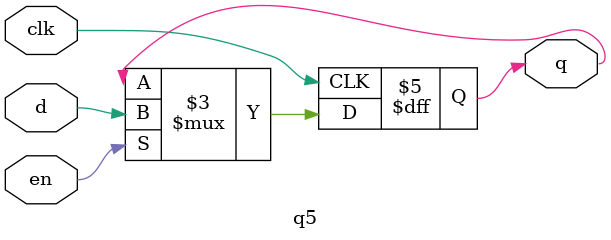
<source format=v>
module q5 (
	input d, en, clk,
	output reg q
	);

       always @(posedge clk)
       	if (en)
       		q <= d ;
       	else 
       		q <= q ;
   
endmodule
</source>
